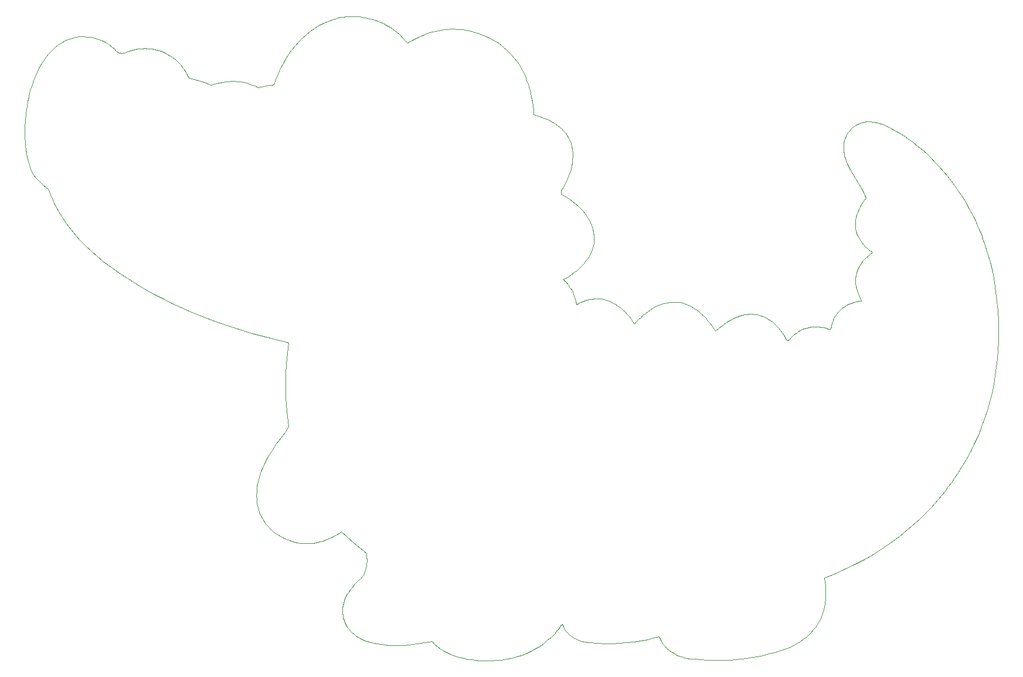
<source format=gbr>
%TF.GenerationSoftware,KiCad,Pcbnew,9.0.6*%
%TF.CreationDate,2026-01-09T14:19:34+01:00*%
%TF.ProjectId,Alligator,416c6c69-6761-4746-9f72-2e6b69636164,rev?*%
%TF.SameCoordinates,Original*%
%TF.FileFunction,Profile,NP*%
%FSLAX46Y46*%
G04 Gerber Fmt 4.6, Leading zero omitted, Abs format (unit mm)*
G04 Created by KiCad (PCBNEW 9.0.6) date 2026-01-09 14:19:34*
%MOMM*%
%LPD*%
G01*
G04 APERTURE LIST*
%TA.AperFunction,Profile*%
%ADD10C,0.100000*%
%TD*%
G04 APERTURE END LIST*
D10*
X95938800Y-53418300D02*
X95523600Y-53539800D01*
X122911100Y-46962300D02*
X122310200Y-46350700D01*
X183869500Y-125991800D02*
X183810500Y-125375800D01*
X187300500Y-60258000D02*
X187109500Y-60513900D01*
X95523600Y-53539800D02*
X95115600Y-53681200D01*
X116662000Y-133545800D02*
X116989700Y-133700800D01*
X200906500Y-66121500D02*
X200328500Y-65462100D01*
X174066500Y-136109800D02*
X174871500Y-135940800D01*
X195138500Y-118284800D02*
X195737500Y-117793800D01*
X91404400Y-51697100D02*
X91209600Y-51398600D01*
X74003700Y-47262000D02*
X73516000Y-47537700D01*
X114083400Y-129473800D02*
X114099700Y-129838800D01*
X84904700Y-48413500D02*
X84566600Y-48452200D01*
X188201500Y-81930900D02*
X188218500Y-82312600D01*
X102066600Y-115229800D02*
X102190700Y-115546800D01*
X147097800Y-133159800D02*
X147336200Y-133328800D01*
X149270000Y-79014500D02*
X149544500Y-78625700D01*
X88894800Y-49237100D02*
X88578900Y-49073800D01*
X184400500Y-88921300D02*
X184268500Y-88901900D01*
X182954500Y-131047800D02*
X183178500Y-130602800D01*
X180187500Y-89084500D02*
X179882500Y-89254600D01*
X106062500Y-103366800D02*
X105782100Y-103785800D01*
X121964700Y-134540800D02*
X122534800Y-134525800D01*
X128250100Y-135026800D02*
X128694000Y-135318800D01*
X99684400Y-89057200D02*
X101000000Y-89453400D01*
X115004800Y-132175800D02*
X115235400Y-132451800D01*
X190058500Y-58946600D02*
X189751500Y-58966500D01*
X109548500Y-119796800D02*
X109881800Y-119761800D01*
X101897000Y-114648800D02*
X102066600Y-115229800D01*
X185480500Y-86682000D02*
X185266500Y-86988900D01*
X77037600Y-76894400D02*
X77823500Y-77635100D01*
X149132500Y-72205900D02*
X148811300Y-71812500D01*
X208626500Y-84863400D02*
X208458500Y-83446700D01*
X115704400Y-119697800D02*
X116630000Y-120465800D01*
X187109500Y-60513900D02*
X186942500Y-60785600D01*
X100640900Y-53490400D02*
X100225600Y-53370700D01*
X179055500Y-89902300D02*
X178813500Y-90163600D01*
X72637200Y-71050600D02*
X72836300Y-71428900D01*
X186837500Y-64603400D02*
X186986500Y-64980700D01*
X78636800Y-78348600D02*
X79474300Y-79036100D01*
X208368500Y-95610800D02*
X208543500Y-94352800D01*
X201576500Y-111627800D02*
X202030500Y-110999800D01*
X68222600Y-60648900D02*
X68236800Y-61225700D01*
X176826500Y-88448900D02*
X176530500Y-88161700D01*
X70472700Y-67763800D02*
X70846800Y-68094800D01*
X186536500Y-63596300D02*
X186611500Y-63910200D01*
X186454500Y-62631000D02*
X186457500Y-62954500D01*
X99804200Y-53274700D02*
X99377900Y-53202000D01*
X111279700Y-119444800D02*
X111684800Y-119308800D01*
X147711200Y-70747600D02*
X147308800Y-70433400D01*
X204181500Y-70710700D02*
X203812500Y-70100100D01*
X203029500Y-68903700D02*
X202528500Y-68188900D01*
X138049900Y-48813800D02*
X137731200Y-48514100D01*
X120827300Y-134512800D02*
X121395300Y-134537800D01*
X150263400Y-74428700D02*
X150110400Y-73952400D01*
X107544600Y-119682800D02*
X108209000Y-119780800D01*
X200132500Y-113446800D02*
X200627500Y-112851800D01*
X200328500Y-65462100D02*
X199730500Y-64819600D01*
X187758500Y-59802500D02*
X187517500Y-60020200D01*
X190084500Y-77399300D02*
X190629500Y-77823800D01*
X70882300Y-50137100D02*
X70546300Y-50667100D01*
X156844500Y-87479800D02*
X156542500Y-87797900D01*
X105043700Y-118734800D02*
X105635100Y-119050800D01*
X104004500Y-106239800D02*
X103685100Y-106732800D01*
X114996700Y-126788800D02*
X114802700Y-127097800D01*
X76281800Y-76125000D02*
X77037600Y-76894400D01*
X99377900Y-53202000D02*
X98948000Y-53152300D01*
X198571500Y-115163800D02*
X199104500Y-114602800D01*
X145755200Y-59981100D02*
X145473600Y-59729400D01*
X166703500Y-136639800D02*
X167525500Y-136670800D01*
X202030500Y-110999800D02*
X202470500Y-110359800D01*
X147207800Y-62515100D02*
X147080800Y-62060300D01*
X182901500Y-88566800D02*
X182551500Y-88548400D01*
X190312500Y-78037200D02*
X190011500Y-78274200D01*
X91938400Y-86259900D02*
X93207400Y-86782300D01*
X132227200Y-136526800D02*
X132764800Y-136600800D01*
X94486300Y-87280600D02*
X95774400Y-87756000D01*
X92711800Y-52854000D02*
X91908500Y-52636300D01*
X189340500Y-76675700D02*
X189575500Y-76929400D01*
X145918900Y-69577600D02*
X145824300Y-69524400D01*
X186582500Y-123563800D02*
X187976500Y-122887800D01*
X191896500Y-59239600D02*
X191596500Y-59147700D01*
X116412800Y-125140800D02*
X115908200Y-125647800D01*
X102190700Y-115546800D02*
X102331100Y-115854800D01*
X208149500Y-96862800D02*
X208368500Y-95610800D01*
X205923500Y-104134800D02*
X206402500Y-102958800D01*
X167171500Y-88035000D02*
X166883500Y-87675400D01*
X105526800Y-50505400D02*
X105135200Y-51261000D01*
X105923500Y-98416800D02*
X106000300Y-99924800D01*
X121320300Y-45534900D02*
X120951500Y-45308200D01*
X146286700Y-132323800D02*
X146465400Y-132556800D01*
X180503500Y-88937500D02*
X180187500Y-89084500D01*
X148097700Y-71082600D02*
X147711200Y-70747600D01*
X114222600Y-130568800D02*
X114323700Y-130916800D01*
X108209000Y-119780800D02*
X108543500Y-119807800D01*
X186709500Y-64216700D02*
X186837500Y-64603400D01*
X167953500Y-89148100D02*
X167446500Y-88402100D01*
X174831500Y-87056200D02*
X174453500Y-86918100D01*
X141594300Y-56646200D02*
X141498000Y-56026900D01*
X73619000Y-72731400D02*
X74224800Y-73630000D01*
X113855500Y-43895200D02*
X113483500Y-43970800D01*
X148492500Y-85012700D02*
X148179100Y-85158300D01*
X188274500Y-81176200D02*
X188221500Y-81551500D01*
X175198500Y-87225200D02*
X174831500Y-87056200D01*
X183902500Y-126609800D02*
X183869500Y-125991800D01*
X188219500Y-73143500D02*
X188183500Y-73539300D01*
X113483500Y-43970800D02*
X112752700Y-44165100D01*
X185721500Y-86395100D02*
X185480500Y-86682000D01*
X181429500Y-132994800D02*
X181782500Y-132643800D01*
X90044400Y-50060800D02*
X89774500Y-49831300D01*
X69244100Y-66202200D02*
X69499400Y-66630600D01*
X73516000Y-47537700D02*
X73281700Y-47696100D01*
X193532500Y-60002400D02*
X192754500Y-59597000D01*
X177252500Y-135305800D02*
X178033500Y-135050800D01*
X140480700Y-52411800D02*
X140225100Y-51843700D01*
X114996400Y-43759300D02*
X114996400Y-43759300D01*
X115206500Y-126488800D02*
X114996700Y-126788800D01*
X193911500Y-119230800D02*
X194530500Y-118763800D01*
X146949500Y-66252900D02*
X147083500Y-65791400D01*
X96786400Y-53236100D02*
X96360200Y-53316900D01*
X115486600Y-132710800D02*
X115756600Y-132949800D01*
X125493200Y-46571400D02*
X125098700Y-46769500D01*
X70119600Y-67410300D02*
X70472700Y-67763800D01*
X176465500Y-135538800D02*
X177252500Y-135305800D01*
X208674500Y-93088800D02*
X208761500Y-91821300D01*
X199730500Y-64819600D02*
X199114500Y-64195300D01*
X148959500Y-134001800D02*
X149249500Y-134057800D01*
X80333300Y-79699200D02*
X81210900Y-80339200D01*
X85922600Y-48391100D02*
X85583300Y-48382500D01*
X70846800Y-68094800D02*
X71235900Y-68404400D01*
X164658500Y-136487800D02*
X165065500Y-136507800D01*
X68860400Y-65196400D02*
X69033300Y-65746600D01*
X145473600Y-59729400D02*
X145176800Y-59494900D01*
X186942500Y-60785600D02*
X186800500Y-61071100D01*
X187976500Y-122887800D02*
X189347500Y-122160800D01*
X160540500Y-85155000D02*
X160123500Y-85284000D01*
X145636600Y-131648800D02*
X145739300Y-131545800D01*
X97216300Y-53176200D02*
X96786400Y-53236100D01*
X150110400Y-73952400D02*
X149917900Y-73491300D01*
X161399500Y-84992500D02*
X160966500Y-85057100D01*
X82011500Y-49056500D02*
X81827400Y-49009300D01*
X161907500Y-135653800D02*
X162271500Y-135846800D01*
X189489500Y-70229200D02*
X189254500Y-70548500D01*
X68385900Y-62946900D02*
X68473500Y-63515400D01*
X188512500Y-71976200D02*
X188386500Y-72359800D01*
X188657500Y-83958300D02*
X188846500Y-84383700D01*
X138906300Y-49739100D02*
X138495700Y-49264300D01*
X160376500Y-134321800D02*
X160634500Y-134636800D01*
X146491200Y-60847800D02*
X146265600Y-60539300D01*
X152674600Y-84873100D02*
X152261200Y-84723100D01*
X90302300Y-50304400D02*
X90044400Y-50060800D01*
X71648200Y-49145800D02*
X71249100Y-49629200D01*
X110035700Y-45457500D02*
X109415200Y-45893400D01*
X140583800Y-135682800D02*
X141244600Y-135382800D01*
X156013400Y-87758400D02*
X155753800Y-87399300D01*
X91586000Y-52003600D02*
X91404400Y-51697100D01*
X105172700Y-104590800D02*
X104556700Y-105392800D01*
X146036300Y-69623500D02*
X145918900Y-69577600D01*
X95774400Y-87756000D02*
X97070700Y-88209800D01*
X164059500Y-85408200D02*
X163639500Y-85243000D01*
X188922500Y-76127000D02*
X189122500Y-76408500D01*
X145697400Y-69398800D02*
X145661800Y-69328000D01*
X147551300Y-80698400D02*
X147931200Y-80396800D01*
X106001900Y-93887800D02*
X105925300Y-95396800D01*
X145299800Y-132120800D02*
X145414400Y-131964800D01*
X187239500Y-85287000D02*
X186902500Y-85462400D01*
X184510500Y-88904000D02*
X184400500Y-88921300D01*
X112041100Y-44414100D02*
X111350100Y-44714600D01*
X144866300Y-59276500D02*
X144543900Y-59073300D01*
X178207500Y-90407500D02*
X178126500Y-90271800D01*
X83009700Y-81555900D02*
X83925200Y-82135400D01*
X189122500Y-76408500D02*
X189340500Y-76675700D01*
X171140500Y-87080100D02*
X170819500Y-87207900D01*
X68384100Y-57768900D02*
X68276000Y-58917500D01*
X187948500Y-85011100D02*
X187588500Y-85136300D01*
X101762400Y-111708800D02*
X101703000Y-112295800D01*
X87914300Y-48805500D02*
X87590900Y-48691200D01*
X128412400Y-45695800D02*
X127982800Y-45767300D01*
X203428500Y-69497600D02*
X203029500Y-68903700D01*
X154039000Y-134233800D02*
X155090100Y-134146800D01*
X114339000Y-128073800D02*
X114231700Y-128413800D01*
X110542100Y-119642800D02*
X110867800Y-119558800D01*
X186589500Y-61675000D02*
X186520500Y-61989100D01*
X147931200Y-80396800D02*
X148296100Y-80077500D01*
X83925200Y-82135400D02*
X84847500Y-82697500D01*
X206080500Y-74528900D02*
X205800500Y-73875800D01*
X112471100Y-118974800D02*
X112850600Y-118777800D01*
X137400800Y-48228000D02*
X137059200Y-47955600D01*
X101778400Y-114062800D02*
X101897000Y-114648800D01*
X139283200Y-50236300D02*
X138906300Y-49739100D01*
X124812800Y-134307800D02*
X125942700Y-134131800D01*
X147193300Y-65325100D02*
X147276300Y-64855300D01*
X69793100Y-67032900D02*
X70119600Y-67410300D01*
X150406200Y-76429600D02*
X150455400Y-75941000D01*
X111350100Y-44714600D02*
X110681100Y-45063500D01*
X115235400Y-132451800D02*
X115486600Y-132710800D01*
X138510300Y-136356800D02*
X139214100Y-136169800D01*
X147261400Y-83331000D02*
X146990600Y-82883000D01*
X117608600Y-121740800D02*
X117614500Y-122280800D01*
X106130400Y-101429800D02*
X106314800Y-102928800D01*
X127133800Y-45963200D02*
X126715500Y-46087900D01*
X127556400Y-45856300D02*
X127133800Y-45963200D01*
X185166500Y-124189800D02*
X186582500Y-123563800D01*
X89433800Y-85137900D02*
X90680200Y-85712200D01*
X196466500Y-61904200D02*
X195759500Y-61389200D01*
X129639100Y-135804800D02*
X130135700Y-136001800D01*
X154195900Y-85782000D02*
X153836700Y-85514100D01*
X117543400Y-123089800D02*
X117492900Y-123352800D01*
X208240500Y-82037200D02*
X207969500Y-80637500D01*
X101000000Y-89453400D02*
X102320400Y-89832700D01*
X103253300Y-117245800D02*
X103477300Y-117492800D01*
X106314800Y-102928800D02*
X106062500Y-103366800D01*
X148465400Y-71437800D02*
X148097700Y-71082600D01*
X68268300Y-61801400D02*
X68317700Y-62375400D01*
X146327100Y-82075400D02*
X145939800Y-81724200D01*
X187588500Y-85136300D02*
X187239500Y-85287000D01*
X81654200Y-48930000D02*
X81495200Y-48820700D01*
X98082200Y-53120400D02*
X97648600Y-53137500D01*
X172139500Y-86804500D02*
X171800500Y-86877100D01*
X119926600Y-44740500D02*
X119570900Y-44579600D01*
X114612200Y-43789100D02*
X114231900Y-43834500D01*
X184926500Y-87659100D02*
X184805500Y-88020800D01*
X179591500Y-89447600D02*
X179314500Y-89663600D01*
X160634500Y-134636800D02*
X160919500Y-134927800D01*
X136353800Y-136690800D02*
X137077600Y-136617800D01*
X204534500Y-71329200D02*
X204181500Y-70710700D01*
X130135700Y-136001800D02*
X130645100Y-136170800D01*
X183595500Y-88676100D02*
X183250500Y-88609300D01*
X73057900Y-71796900D02*
X73619000Y-72731400D01*
X147330200Y-64384000D02*
X147352700Y-63912600D01*
X149425900Y-72617300D02*
X149132500Y-72205900D01*
X190690500Y-121384800D02*
X192003500Y-120559800D01*
X105898800Y-96906800D02*
X105923500Y-98416800D01*
X188664500Y-71601100D02*
X188512500Y-71976200D01*
X148812900Y-84882700D02*
X148492500Y-85012700D01*
X177613500Y-89399500D02*
X177368500Y-89070200D01*
X146019800Y-60250700D02*
X145755200Y-59981100D01*
X188284500Y-74716000D02*
X188394500Y-75097400D01*
X148811300Y-71812500D02*
X148465400Y-71437800D01*
X81353500Y-48683300D02*
X81232100Y-48520200D01*
X150149400Y-84547800D02*
X149808400Y-84600800D01*
X208761500Y-91821300D02*
X208803500Y-90551600D01*
X180665500Y-133635800D02*
X181056500Y-133325800D01*
X144543900Y-59073300D02*
X144211200Y-58884400D01*
X119136400Y-134296800D02*
X119697300Y-134394800D01*
X147080800Y-62060300D02*
X146910600Y-61613800D01*
X83238500Y-48752300D02*
X82598400Y-48983800D01*
X112850600Y-118777800D02*
X113219900Y-118562800D01*
X105482600Y-104191800D02*
X105172700Y-104590800D01*
X155476100Y-87048300D02*
X155180800Y-86708200D01*
X162289500Y-84972500D02*
X161840500Y-84963600D01*
X135628300Y-136726800D02*
X136353800Y-136690800D01*
X118842100Y-44300400D02*
X118093700Y-44078100D01*
X138495700Y-49264300D02*
X138049900Y-48813800D01*
X114471500Y-127740800D02*
X114339000Y-128073800D01*
X148179100Y-85158300D02*
X147873400Y-85318000D01*
X70546300Y-50667100D02*
X70239500Y-51216700D01*
X89774500Y-49831300D02*
X89492800Y-49616800D01*
X125942700Y-134131800D02*
X127060900Y-133928800D01*
X186520500Y-61989100D02*
X186475500Y-62308400D01*
X188477500Y-80444900D02*
X188360500Y-80806700D01*
X199624500Y-114030800D02*
X200132500Y-113446800D01*
X170819500Y-87207900D02*
X170504500Y-87351500D01*
X132744300Y-45910500D02*
X132317400Y-45815500D01*
X188023500Y-59607000D02*
X187758500Y-59802500D01*
X149833800Y-134119800D02*
X150881700Y-134226800D01*
X72549400Y-48262800D02*
X72081100Y-48689600D01*
X163639500Y-85243000D02*
X163204500Y-85113500D01*
X184661500Y-88745800D02*
X184597500Y-88846700D01*
X141498000Y-56026900D02*
X141383000Y-55409200D01*
X181851500Y-88583400D02*
X181505500Y-88636700D01*
X80818000Y-48147500D02*
X80371400Y-47813800D01*
X147667000Y-84294000D02*
X147487700Y-83802800D01*
X180829500Y-88813800D02*
X180503500Y-88937500D01*
X186579500Y-85661700D02*
X186273500Y-85884100D01*
X118093700Y-44078100D02*
X117330400Y-43912700D01*
X114626900Y-127414800D02*
X114471500Y-127740800D01*
X147352700Y-63912600D02*
X147341300Y-63442900D01*
X137797300Y-136505800D02*
X138510300Y-136356800D01*
X69033300Y-65746600D02*
X69244100Y-66202200D01*
X81210900Y-80339200D02*
X82103900Y-80957700D01*
X184268500Y-88901900D02*
X184113500Y-88849400D01*
X146468500Y-69870700D02*
X146036300Y-69623500D01*
X149471600Y-84675300D02*
X149139500Y-84769800D01*
X104483500Y-118367800D02*
X105043700Y-118734800D01*
X183692500Y-129062800D02*
X183805500Y-128456800D01*
X117492900Y-123352800D02*
X117426800Y-123610800D01*
X171800500Y-86877100D02*
X171467500Y-86969400D01*
X207887500Y-98105800D02*
X208149500Y-96862800D01*
X122534800Y-134525800D02*
X123105300Y-134492800D01*
X189575500Y-76929400D02*
X189823500Y-77170400D01*
X68236800Y-61225700D02*
X68268300Y-61801400D01*
X165227500Y-86089300D02*
X164853500Y-85834100D01*
X197827500Y-63006000D02*
X197156500Y-62443600D01*
X112082300Y-119152800D02*
X112471100Y-118974800D01*
X104268300Y-105807800D02*
X104004500Y-106239800D01*
X145787500Y-131521800D02*
X145833300Y-131519800D01*
X156542500Y-87797900D02*
X156254300Y-88122700D01*
X201108500Y-112245800D02*
X201576500Y-111627800D01*
X153836700Y-85514100D02*
X153463000Y-85271500D01*
X73281700Y-47696100D02*
X73054500Y-47868200D01*
X121995900Y-46060700D02*
X121667200Y-45787300D01*
X131887500Y-45736400D02*
X131455200Y-45673300D01*
X98515700Y-53125200D02*
X98082200Y-53120400D01*
X103379800Y-107240800D02*
X103091300Y-107763800D01*
X130149700Y-45582200D02*
X129713700Y-45585100D01*
X104781900Y-52035100D02*
X104459000Y-52822600D01*
X133303600Y-136655800D02*
X133841200Y-136693800D01*
X207267500Y-77877900D02*
X206834500Y-76522900D01*
X157179500Y-133864800D02*
X158213500Y-133677800D01*
X173663500Y-86744400D02*
X173252500Y-86713500D01*
X168347500Y-136678800D02*
X169169500Y-136664800D01*
X208811500Y-87708300D02*
X208743500Y-86284800D01*
X103570100Y-53683800D02*
X102981200Y-53795700D01*
X154540100Y-86072200D02*
X154195900Y-85782000D01*
X169595500Y-87864900D02*
X169021500Y-88263000D01*
X206838500Y-101766800D02*
X207231500Y-100558800D01*
X163204500Y-85113500D02*
X162754500Y-85022400D01*
X136345200Y-47452400D02*
X135973900Y-47222100D01*
X117572600Y-121212800D02*
X117608600Y-121740800D01*
X116626200Y-124961800D02*
X116412800Y-125140800D01*
X148672800Y-133930800D02*
X148959500Y-134001800D01*
X88578900Y-49073800D02*
X88252000Y-48929600D01*
X172483500Y-86752700D02*
X172139500Y-86804500D01*
X145642600Y-69252900D02*
X145647000Y-69092500D01*
X186611500Y-63910200D02*
X186709500Y-64216700D01*
X170504500Y-87351500D02*
X170195500Y-87509800D01*
X175892500Y-87646100D02*
X175552500Y-87422600D01*
X123500400Y-47585600D02*
X122911100Y-46962300D01*
X85773800Y-83243700D02*
X86979700Y-83904900D01*
X145751000Y-69464500D02*
X145697400Y-69398800D01*
X108255100Y-46878200D02*
X107718300Y-47420600D01*
X158929500Y-85835800D02*
X158552500Y-86067200D01*
X145647000Y-69092500D02*
X145697500Y-68923800D01*
X155753800Y-87399300D02*
X155476100Y-87048300D01*
X69960500Y-51783300D02*
X69707700Y-52364500D01*
X71634100Y-68693700D02*
X71965900Y-69480600D01*
X102487000Y-116152800D02*
X102657800Y-116441800D01*
X114612400Y-131575800D02*
X114796500Y-131883800D01*
X69479500Y-52957800D02*
X69274500Y-53560600D01*
X109881800Y-119761800D02*
X110213200Y-119710800D01*
X207969500Y-80637500D02*
X207645500Y-79250200D01*
X148296100Y-80077500D02*
X148642800Y-79740600D01*
X201466500Y-66796600D02*
X200906500Y-66121500D01*
X102981200Y-53795700D02*
X102400800Y-53913100D01*
X190629500Y-77823800D02*
X190312500Y-78037200D01*
X139941200Y-51290500D02*
X139627800Y-50754100D01*
X208743500Y-86284800D02*
X208626500Y-84863400D01*
X172445500Y-136382800D02*
X173257500Y-136257800D01*
X102657800Y-116441800D02*
X102842900Y-116719800D01*
X106252500Y-119315800D02*
X106890700Y-119527800D01*
X71235900Y-68404400D02*
X71634100Y-68693700D01*
X146424700Y-67590700D02*
X146617700Y-67154100D01*
X203812500Y-70100100D02*
X203428500Y-69497600D01*
X75040800Y-46870200D02*
X74513400Y-47039900D01*
X187332500Y-65711800D02*
X187729500Y-66419300D01*
X88252000Y-48929600D02*
X87914300Y-48805500D01*
X127431200Y-134333800D02*
X127828400Y-134698800D01*
X162271500Y-135846800D02*
X162650500Y-136014800D01*
X146661100Y-132773800D02*
X146872300Y-132974800D01*
X171629500Y-136486800D02*
X172445500Y-136382800D01*
X116630000Y-120465800D02*
X117572600Y-121212800D01*
X191596500Y-59147700D02*
X191293500Y-59071500D01*
X143168500Y-58393800D02*
X142452900Y-58120800D01*
X174871500Y-135940800D02*
X175671500Y-135750800D01*
X188497500Y-83521800D02*
X188657500Y-83958300D01*
X145939800Y-81724200D02*
X146350400Y-81495100D01*
X137077600Y-136617800D02*
X137797300Y-136505800D01*
X145824300Y-69524400D02*
X145751000Y-69464500D01*
X183178500Y-130602800D02*
X183370500Y-130139800D01*
X70239500Y-51216700D02*
X69960500Y-51783300D01*
X142452900Y-58120800D02*
X141736700Y-57882400D01*
X95115600Y-53681200D02*
X94728000Y-53511500D01*
X116556700Y-43804400D02*
X115777200Y-43753200D01*
X145876300Y-131543800D02*
X145916200Y-131597800D01*
X168473500Y-88694200D02*
X167953500Y-89148100D01*
X189579500Y-69561200D02*
X189740500Y-69929300D01*
X179398500Y-134441800D02*
X179833500Y-134194800D01*
X137731200Y-48514100D02*
X137400800Y-48228000D01*
X145985600Y-131808800D02*
X146126300Y-132074800D01*
X104459000Y-52822600D02*
X104158500Y-53618700D01*
X116979100Y-124557800D02*
X116814600Y-124766800D01*
X145661800Y-69328000D02*
X145642600Y-69252900D01*
X146265600Y-60539300D02*
X146019800Y-60250700D01*
X147873400Y-85318000D02*
X147796500Y-84800500D01*
X68783200Y-55401500D02*
X68655600Y-56017500D01*
X114099700Y-129838800D02*
X114152700Y-130208800D01*
X164463500Y-85606200D02*
X164059500Y-85408200D01*
X143869900Y-58708800D02*
X143168500Y-58393800D01*
X166883500Y-87675400D02*
X166580500Y-87326200D01*
X169021500Y-88263000D02*
X168473500Y-88694200D01*
X186986500Y-64980700D02*
X187151500Y-65349800D01*
X76132200Y-46683900D02*
X75581800Y-46751900D01*
X86597500Y-48458500D02*
X86260900Y-48416300D01*
X117330400Y-43912700D02*
X116556700Y-43804400D01*
X105894600Y-49849500D02*
X105526800Y-50505400D01*
X150000300Y-77797200D02*
X150175600Y-77357800D01*
X106738900Y-48589700D02*
X106299100Y-49209800D01*
X97648600Y-53137500D02*
X97216300Y-53176200D01*
X117327300Y-133830800D02*
X117673100Y-133935800D01*
X183730500Y-124764800D02*
X185166500Y-124189800D01*
X129278500Y-45604800D02*
X128844500Y-45641700D01*
X188314500Y-84912200D02*
X187948500Y-85011100D01*
X176218500Y-87893300D02*
X175892500Y-87646100D01*
X69707700Y-52364500D02*
X69479500Y-52957800D01*
X190367500Y-58948400D02*
X190058500Y-58946600D01*
X114323700Y-130916800D02*
X114454200Y-131252800D01*
X189060500Y-84796500D02*
X188686500Y-84840400D01*
X101708300Y-113474800D02*
X101778400Y-114062800D01*
X159317500Y-85626600D02*
X158929500Y-85835800D01*
X147159100Y-80982100D02*
X147551300Y-80698400D01*
X68927900Y-54785000D02*
X68783200Y-55401500D01*
X126715500Y-46087900D02*
X126302200Y-46230800D01*
X114802700Y-127097800D02*
X114626900Y-127414800D01*
X133841200Y-136693800D02*
X134903800Y-136723800D01*
X90781200Y-50829500D02*
X90547900Y-50560900D01*
X116346100Y-133368800D02*
X116662000Y-133545800D01*
X188291500Y-59432200D02*
X188023500Y-59607000D01*
X82598400Y-48983800D02*
X82400200Y-49045900D01*
X135594000Y-47006100D02*
X135206000Y-46804600D01*
X77797900Y-46770100D02*
X77244400Y-46694100D01*
X149688700Y-73046000D02*
X149425900Y-72617300D01*
X154868600Y-86381900D02*
X154540100Y-86072200D01*
X206346500Y-75188100D02*
X206080500Y-74528900D01*
X119697300Y-134394800D02*
X120261100Y-134465800D01*
X98374300Y-88643100D02*
X99684400Y-89057200D01*
X104158500Y-53618700D02*
X103865000Y-53642800D01*
X188386500Y-72359800D02*
X188288500Y-72749600D01*
X147487700Y-83802800D02*
X147261400Y-83331000D01*
X108878600Y-119819800D02*
X109213900Y-119815800D01*
X205196500Y-72588700D02*
X204873500Y-71955300D01*
X178047500Y-90083100D02*
X177839500Y-89737900D01*
X114231700Y-128413800D02*
X114151700Y-128760800D01*
X106000300Y-99924800D02*
X106130400Y-101429800D01*
X195034500Y-60899700D02*
X194292500Y-60437100D01*
X183370500Y-130139800D02*
X183529500Y-129659800D01*
X190986500Y-59012000D02*
X190677500Y-58970600D01*
X146910600Y-61613800D02*
X146694700Y-61177200D01*
X93207400Y-86782300D02*
X94486300Y-87280600D01*
X155090100Y-134146800D02*
X156137400Y-134022800D01*
X143100800Y-134258800D02*
X143668900Y-133808800D01*
X149139500Y-84769800D02*
X148812900Y-84882700D01*
X197471500Y-116250800D02*
X198027500Y-115712800D01*
X186682500Y-61368300D02*
X186589500Y-61675000D01*
X150373900Y-74919300D02*
X150263400Y-74428700D01*
X188796500Y-79751000D02*
X188623500Y-80092400D01*
X165587500Y-86369000D02*
X165227500Y-86089300D01*
X68543500Y-56630700D02*
X68384100Y-57768900D01*
X68276000Y-58917500D02*
X68242900Y-59494100D01*
X150438900Y-75423700D02*
X150373900Y-74919300D01*
X103041600Y-116987800D02*
X103253300Y-117245800D01*
X121667200Y-45787300D02*
X121320300Y-45534900D01*
X79397500Y-47268000D02*
X78878600Y-47058200D01*
X140709400Y-52992800D02*
X140480700Y-52411800D01*
X150455400Y-75941000D02*
X150438900Y-75423700D01*
X148642800Y-79740600D02*
X148968500Y-79386200D01*
X147083500Y-65791400D02*
X147193300Y-65325100D01*
X89199500Y-49418400D02*
X88894800Y-49237100D01*
X150493600Y-84517700D02*
X150149400Y-84547800D01*
X189823500Y-77170400D02*
X190084500Y-77399300D01*
X131693200Y-136430800D02*
X132227200Y-136526800D01*
X74224800Y-73630000D02*
X74872500Y-74494200D01*
X68581300Y-64080200D02*
X68710000Y-64640800D01*
X102320400Y-89832700D02*
X103644700Y-90196500D01*
X120951500Y-45308200D02*
X120617400Y-45104800D01*
X205800500Y-73875800D02*
X205505500Y-73228900D01*
X108543500Y-119807800D02*
X108878600Y-119819800D01*
X183805500Y-128456800D02*
X183875500Y-127844800D01*
X149541400Y-134096800D02*
X149833800Y-134119800D01*
X74513400Y-47039900D02*
X74003700Y-47262000D01*
X114152700Y-130208800D02*
X114222600Y-130568800D01*
X146678300Y-82463100D02*
X146327100Y-82075400D01*
X169169500Y-136664800D02*
X169990500Y-136627800D01*
X141736700Y-57882400D02*
X141673400Y-57265400D01*
X162650500Y-136014800D02*
X163040500Y-136158800D01*
X96360200Y-53316900D02*
X95938800Y-53418300D01*
X146757900Y-81247700D02*
X147159100Y-80982100D01*
X102331100Y-115854800D02*
X102487000Y-116152800D01*
X147336200Y-133328800D02*
X147586000Y-133481800D01*
X188855500Y-59167800D02*
X188569500Y-59286200D01*
X198480500Y-63590300D02*
X197827500Y-63006000D01*
X75559100Y-75325300D02*
X76281800Y-76125000D01*
X157160500Y-87170600D02*
X156844500Y-87479800D01*
X177368500Y-89070200D02*
X177105500Y-88752600D01*
X150311900Y-76901900D02*
X150406200Y-76429600D01*
X164853500Y-85834100D02*
X164463500Y-85606200D01*
X131021000Y-45626500D02*
X130585600Y-45596100D01*
X182701500Y-131474800D02*
X182954500Y-131047800D01*
X105782100Y-103785800D02*
X105482600Y-104191800D01*
X188272500Y-82694700D02*
X188366500Y-83075600D01*
X152261200Y-84723100D02*
X151835800Y-84609700D01*
X177839500Y-89737900D02*
X177613500Y-89399500D01*
X118578900Y-134170800D02*
X119136400Y-134296800D01*
X204838500Y-106429800D02*
X205402500Y-105292800D01*
X149544500Y-78625700D02*
X149788900Y-78219900D01*
X181505500Y-88636700D02*
X181164500Y-88713500D01*
X149788900Y-78219900D02*
X150000300Y-77797200D01*
X116043700Y-133169800D02*
X116346100Y-133368800D01*
X177105500Y-88752600D02*
X176826500Y-88448900D01*
X113578000Y-118329800D02*
X113924200Y-118079800D01*
X188547500Y-75469700D02*
X188743500Y-75830700D01*
X120617400Y-45104800D02*
X120275600Y-44915600D01*
X158186500Y-86318600D02*
X157831500Y-86587800D01*
X195759500Y-61389200D02*
X195034500Y-60899700D01*
X145996400Y-68427300D02*
X146216800Y-68015600D01*
X189727500Y-78533000D02*
X189462500Y-78811900D01*
X188846500Y-84383700D02*
X189060500Y-84796500D01*
X101048900Y-53634100D02*
X100640900Y-53490400D01*
X188366500Y-83075600D02*
X188497500Y-83521800D01*
X82103900Y-80957700D02*
X83009700Y-81555900D01*
X146793400Y-66707600D02*
X146949500Y-66252900D01*
X188394500Y-75097400D02*
X188547500Y-75469700D01*
X158552500Y-86067200D02*
X158186500Y-86318600D01*
X188569500Y-59286200D02*
X188291500Y-59432200D01*
X146990600Y-82883000D02*
X146678300Y-82463100D01*
X119570900Y-44579600D02*
X119209200Y-44432900D01*
X145414400Y-131964800D02*
X145636600Y-131648800D01*
X182200500Y-88554000D02*
X181851500Y-88583400D01*
X86931900Y-48518100D02*
X86597500Y-48458500D01*
X181782500Y-132643800D02*
X182113500Y-132273800D01*
X125098700Y-46769500D02*
X124300600Y-47179800D01*
X189254500Y-70548500D02*
X189037500Y-70885100D01*
X189217500Y-79109000D02*
X188995500Y-79422700D01*
X191293500Y-59071500D02*
X190986500Y-59012000D01*
X87263200Y-48595500D02*
X86931900Y-48518100D01*
X106890700Y-119527800D02*
X107544600Y-119682800D01*
X189012500Y-68493500D02*
X189403500Y-69199900D01*
X188155500Y-67112500D02*
X188589500Y-67800800D01*
X174063500Y-86813400D02*
X173663500Y-86744400D01*
X205505500Y-73228900D02*
X205196500Y-72588700D01*
X114996400Y-43759300D02*
X114612200Y-43789100D01*
X145916200Y-131597800D02*
X145952700Y-131684800D01*
X159001500Y-133464800D02*
X159783500Y-133229800D01*
X188180500Y-73934800D02*
X188213500Y-74327700D01*
X182113500Y-132273800D02*
X182420500Y-131883800D01*
X161840500Y-84963600D02*
X161399500Y-84992500D01*
X134408500Y-46446000D02*
X134000100Y-46289100D01*
X150175600Y-77357800D02*
X150311900Y-76901900D01*
X175552500Y-87422600D02*
X175198500Y-87225200D01*
X103477300Y-117492800D02*
X103712900Y-117728800D01*
X192754500Y-59597000D02*
X192189500Y-59346000D01*
X192189500Y-59346000D02*
X191896500Y-59239600D01*
X207645500Y-79250200D02*
X207267500Y-77877900D01*
X144207500Y-133322800D02*
X144714000Y-132798800D01*
X143668900Y-133808800D02*
X144207500Y-133322800D01*
X183935500Y-88767200D02*
X183595500Y-88676100D01*
X91001800Y-51109100D02*
X90781200Y-50829500D01*
X132764800Y-136600800D02*
X133303600Y-136655800D01*
X84847500Y-82697500D02*
X85773800Y-83243700D01*
X112752700Y-44165100D02*
X112041100Y-44414100D01*
X187517500Y-60020200D02*
X187300500Y-60258000D01*
X139906100Y-135944800D02*
X140583800Y-135682800D01*
X117121300Y-124336800D02*
X116979100Y-124557800D01*
X180256500Y-133925800D02*
X180665500Y-133635800D01*
X120261100Y-134465800D02*
X120827300Y-134512800D01*
X186484500Y-63277000D02*
X186536500Y-63596300D01*
X152986100Y-134278800D02*
X154039000Y-134233800D01*
X116989700Y-133700800D02*
X117327300Y-133830800D01*
X87590900Y-48691200D02*
X87263200Y-48595500D01*
X81827400Y-49009300D02*
X81654200Y-48930000D01*
X189740500Y-69929300D02*
X189489500Y-70229200D01*
X208830500Y-89131400D02*
X208811500Y-87708300D01*
X163842500Y-136372800D02*
X164250500Y-136442800D01*
X121395300Y-134537800D02*
X121964700Y-134540800D01*
X106127500Y-92382700D02*
X106001900Y-93887800D01*
X183906500Y-127227800D02*
X183902500Y-126609800D01*
X159783500Y-133229800D02*
X159947500Y-133617800D01*
X135206000Y-46804600D02*
X134810600Y-46617900D01*
X131165000Y-136313800D02*
X131693200Y-136430800D01*
X94332400Y-53357700D02*
X93525500Y-53088200D01*
X141886100Y-135044800D02*
X142505700Y-134670800D01*
X174453500Y-86918100D02*
X174063500Y-86813400D01*
X188288500Y-72749600D02*
X188219500Y-73143500D01*
X101859700Y-111124800D02*
X101762400Y-111708800D01*
X157831500Y-86587800D02*
X157489500Y-86872500D01*
X208803500Y-90551600D02*
X208830500Y-89131400D01*
X140912600Y-53585000D02*
X140709400Y-52992800D01*
X206834500Y-76522900D02*
X206597500Y-75852800D01*
X91209600Y-51398600D02*
X91001800Y-51109100D01*
X107718300Y-47420600D02*
X107212500Y-47992200D01*
X68242900Y-59494100D02*
X68224900Y-60071400D01*
X145739300Y-131545800D02*
X145787500Y-131521800D01*
X105635100Y-119050800D02*
X106252500Y-119315800D01*
X155180800Y-86708200D02*
X154868600Y-86381900D01*
X183529500Y-129659800D02*
X183692500Y-129062800D01*
X146126300Y-132074800D02*
X146286700Y-132323800D01*
X153463000Y-85271500D02*
X153075400Y-85056800D01*
X147293800Y-62976500D02*
X147207800Y-62515100D01*
X145697500Y-68923800D02*
X145781300Y-68752700D01*
X207580500Y-99337800D02*
X207887500Y-98105800D01*
X101703000Y-112295800D02*
X101684100Y-112884800D01*
X178951500Y-134666800D02*
X179398500Y-134441800D01*
X144211200Y-58884400D02*
X143869900Y-58708800D01*
X145952700Y-131684800D02*
X145985600Y-131808800D01*
X141383000Y-55409200D02*
X141248100Y-54795000D01*
X159715500Y-85442000D02*
X159317500Y-85626600D01*
X188743500Y-75830700D02*
X188922500Y-76127000D01*
X146872300Y-132974800D02*
X147097800Y-133159800D01*
X100225600Y-53370700D02*
X99804200Y-53274700D01*
X105135200Y-51261000D02*
X104781900Y-52035100D01*
X163438500Y-136277800D02*
X163842500Y-136372800D01*
X206597500Y-75852800D02*
X206346500Y-75188100D01*
X125894600Y-46391900D02*
X125493200Y-46571400D01*
X147276300Y-64855300D02*
X147330200Y-64384000D01*
X184702500Y-88597800D02*
X184661500Y-88745800D01*
X192003500Y-120559800D02*
X193284500Y-119685800D01*
X206402500Y-102958800D02*
X206838500Y-101766800D01*
X182551500Y-88548400D02*
X182200500Y-88554000D01*
X134903800Y-136723800D02*
X135628300Y-136726800D01*
X188218500Y-82312600D02*
X188272500Y-82694700D01*
X103644700Y-90196500D02*
X106301100Y-90882400D01*
X160919500Y-134927800D02*
X161228500Y-135193800D01*
X110867800Y-119558800D02*
X111279700Y-119444800D01*
X160966500Y-85057100D02*
X160540500Y-85155000D01*
X184597500Y-88846700D02*
X184510500Y-88904000D01*
X178813500Y-90163600D02*
X178692500Y-90325000D01*
X146694700Y-61177200D02*
X146491200Y-60847800D01*
X167525500Y-136670800D02*
X168347500Y-136678800D01*
X107212500Y-47992200D02*
X106738900Y-48589700D01*
X77244400Y-46694100D02*
X76687800Y-46665000D01*
X145176800Y-59494900D02*
X144866300Y-59276500D01*
X91908500Y-52636300D02*
X91586000Y-52003600D01*
X85243800Y-48390100D02*
X84904700Y-48413500D01*
X188995500Y-79422700D02*
X188796500Y-79751000D01*
X186475500Y-62308400D02*
X186454500Y-62631000D01*
X102157500Y-109970800D02*
X101992300Y-110544800D01*
X110681100Y-45063500D02*
X110035700Y-45457500D01*
X176530500Y-88161700D02*
X176218500Y-87893300D01*
X163040500Y-136158800D02*
X163438500Y-136277800D01*
X88200000Y-84535900D02*
X89433800Y-85137900D01*
X146216800Y-68015600D02*
X146424700Y-67590700D01*
X145833300Y-131519800D02*
X145876300Y-131543800D01*
X148968500Y-79386200D02*
X149270000Y-79014500D01*
X189403500Y-69199900D02*
X189579500Y-69561200D01*
X151933000Y-134277800D02*
X152986100Y-134278800D01*
X151835800Y-84609700D02*
X151398900Y-84535800D01*
X133586200Y-46147500D02*
X133167400Y-46021200D01*
X190677500Y-58970600D02*
X190367500Y-58948400D01*
X189751500Y-58966500D02*
X189448500Y-59009100D01*
X137059200Y-47955600D02*
X136707100Y-47697000D01*
X181164500Y-88713500D02*
X180829500Y-88813800D01*
X149917900Y-73491300D02*
X149688700Y-73046000D01*
X115777200Y-43753200D02*
X114996400Y-43759400D01*
X86979700Y-83904900D02*
X88200000Y-84535900D01*
X117242400Y-124103800D02*
X117121300Y-124336800D01*
X126302200Y-46230800D02*
X125894600Y-46391900D01*
X184113500Y-88849400D02*
X183935500Y-88767200D01*
X103091300Y-107763800D02*
X102822200Y-108299800D01*
X114231900Y-43834500D02*
X113855500Y-43895200D01*
X199104500Y-114602800D02*
X199624500Y-114030800D01*
X114800800Y-118903800D02*
X115704400Y-119697800D01*
X199114500Y-64195300D02*
X198480500Y-63590300D01*
X166580500Y-87326200D02*
X166264500Y-86990200D01*
X102575000Y-108846800D02*
X102352600Y-109404800D01*
X161558500Y-135435800D02*
X161907500Y-135653800D01*
X186800500Y-61071100D02*
X186682500Y-61368300D01*
X83896400Y-48574000D02*
X83238500Y-48752300D01*
X114101500Y-129114800D02*
X114083400Y-129473800D01*
X139627800Y-50754100D02*
X139283200Y-50236300D01*
X128844500Y-45641700D02*
X128412400Y-45695800D01*
X172833500Y-86723200D02*
X172483500Y-86752700D01*
X123105300Y-134492800D02*
X123675400Y-134443800D01*
X153075400Y-85056800D02*
X152674600Y-84873100D01*
X149808400Y-84600800D02*
X149471600Y-84675300D01*
X116814600Y-124766800D02*
X116626200Y-124961800D01*
X108821200Y-46368000D02*
X108255100Y-46878200D01*
X189149500Y-59075900D02*
X188855500Y-59167800D01*
X202470500Y-110359800D02*
X202895500Y-109708800D01*
X114454200Y-131252800D02*
X114612400Y-131575800D01*
X144714000Y-132798800D02*
X145185900Y-132237800D01*
X101448400Y-53802200D02*
X101048900Y-53634100D01*
X130645100Y-136170800D02*
X131165000Y-136313800D01*
X79896500Y-47520300D02*
X79397500Y-47268000D01*
X119209200Y-44432900D02*
X118842100Y-44300400D01*
X117673100Y-133935800D02*
X118025400Y-134015800D01*
X133167400Y-46021200D02*
X132744300Y-45910500D01*
X141091700Y-54186300D02*
X140912600Y-53585000D01*
X189347500Y-122160800D02*
X190690500Y-121384800D01*
X75581800Y-46751900D02*
X75040800Y-46870200D01*
X69499400Y-66630600D02*
X69793100Y-67032900D01*
X84566600Y-48452200D02*
X83896400Y-48574000D01*
X146617700Y-67154100D02*
X146793400Y-66707600D01*
X102352600Y-109404800D02*
X102157500Y-109970800D01*
X183250500Y-88609300D02*
X182901500Y-88566800D01*
X146893600Y-70140900D02*
X146468500Y-69870700D01*
X196904500Y-116776800D02*
X197471500Y-116250800D01*
X147308800Y-70433400D02*
X146893600Y-70140900D01*
X139214100Y-136169800D02*
X139906100Y-135944800D01*
X156137400Y-134022800D02*
X157179500Y-133864800D01*
X142505700Y-134670800D02*
X143100800Y-134258800D01*
X102842900Y-116719800D02*
X103041600Y-116987800D01*
X141673400Y-57265400D02*
X141594300Y-56646200D01*
X190011500Y-78274200D02*
X189727500Y-78533000D01*
X185080500Y-87314800D02*
X184926500Y-87659100D01*
X111684800Y-119308800D02*
X112082300Y-119152800D01*
X195737500Y-117793800D02*
X196326500Y-117291800D01*
X69274500Y-53560600D02*
X69091200Y-54170500D01*
X101684100Y-112884800D02*
X101708300Y-113474800D01*
X72455700Y-70664300D02*
X72637200Y-71050600D01*
X146465400Y-132556800D02*
X146661100Y-132773800D01*
X115908200Y-125647800D02*
X115429900Y-126198800D01*
X78878600Y-47058200D02*
X78344000Y-46891800D01*
X150881700Y-134226800D02*
X151933000Y-134277800D01*
X188589500Y-67800800D02*
X189012500Y-68493500D01*
X136707100Y-47697000D02*
X136345200Y-47452400D01*
X198027500Y-115712800D02*
X198571500Y-115163800D01*
X167446500Y-88402100D02*
X167171500Y-88035000D01*
X104216700Y-118166800D02*
X104483500Y-118367800D01*
X147586000Y-133481800D02*
X147846000Y-133617800D01*
X134000100Y-46289100D02*
X133586200Y-46147500D01*
X72081100Y-48689600D02*
X71648200Y-49145800D01*
X68224900Y-60071400D02*
X68222600Y-60648900D01*
X71249100Y-49629200D02*
X70882300Y-50137100D01*
X202528500Y-68188900D02*
X202006500Y-67486200D01*
X208543500Y-94352800D02*
X208674500Y-93088800D01*
X103959600Y-117952800D02*
X104216700Y-118166800D01*
X179314500Y-89663600D02*
X179055500Y-89902300D01*
X135973900Y-47222100D02*
X135594000Y-47006100D01*
X157489500Y-86872500D02*
X157160500Y-87170600D01*
X86260900Y-48416300D02*
X85922600Y-48391100D01*
X148114700Y-133737800D02*
X148390800Y-133842800D01*
X114996400Y-43759400D02*
X114996400Y-43759300D01*
X113219900Y-118562800D02*
X113578000Y-118329800D01*
X178292500Y-90491000D02*
X178207500Y-90407500D01*
X203584500Y-108639800D02*
X204232500Y-107546800D01*
X145185900Y-132237800D02*
X145299800Y-132120800D01*
X202895500Y-109708800D02*
X203584500Y-108639800D01*
X128694000Y-135318800D02*
X129157800Y-135577800D01*
X132317400Y-45815500D02*
X131887500Y-45736400D01*
X97070700Y-88209800D02*
X98374300Y-88643100D01*
X117343800Y-123861800D02*
X117242400Y-124103800D01*
X129157800Y-135577800D02*
X129639100Y-135804800D01*
X164250500Y-136442800D02*
X164658500Y-136487800D01*
X188839500Y-71236700D02*
X188664500Y-71601100D01*
X186273500Y-85884100D02*
X185986500Y-86128900D01*
X162754500Y-85022400D02*
X162289500Y-84972500D01*
X194530500Y-118763800D02*
X195138500Y-118284800D01*
X208458500Y-83446700D02*
X208240500Y-82037200D01*
X72836300Y-71428900D02*
X73057900Y-71796900D01*
X194292500Y-60437100D02*
X193532500Y-60002400D01*
X175671500Y-135750800D02*
X176465500Y-135538800D01*
X141248100Y-54795000D02*
X141091700Y-54186300D01*
X127982800Y-45767300D02*
X127556400Y-45856300D01*
X104556700Y-105392800D02*
X104268300Y-105807800D01*
X188623500Y-80092400D02*
X188477500Y-80444900D01*
X183810500Y-125375800D02*
X183730500Y-124764800D01*
X170810500Y-136568800D02*
X171629500Y-136486800D01*
X74872500Y-74494200D02*
X75559100Y-75325300D01*
X106301100Y-90882400D02*
X106127500Y-92382700D01*
X182420500Y-131883800D02*
X182701500Y-131474800D01*
X178033500Y-135050800D02*
X178496500Y-134870800D01*
X101838100Y-53995000D02*
X101448400Y-53802200D01*
X89492800Y-49616800D02*
X89199500Y-49418400D01*
X187729500Y-66419300D02*
X188155500Y-67112500D01*
X71965900Y-69480600D02*
X72286800Y-70272400D01*
X178478500Y-90506000D02*
X178382500Y-90523500D01*
X127060900Y-133928800D02*
X127431200Y-134333800D01*
X171467500Y-86969400D02*
X171140500Y-87080100D01*
X113924200Y-118079800D02*
X114800800Y-118903800D01*
X115429900Y-126198800D02*
X115206500Y-126488800D01*
X124300600Y-47179800D02*
X123500400Y-47585600D01*
X101992300Y-110544800D02*
X101859700Y-111124800D01*
X129713700Y-45585100D02*
X129278500Y-45604800D01*
X69091200Y-54170500D02*
X68927900Y-54785000D01*
X178581500Y-90439500D02*
X178478500Y-90506000D01*
X105925300Y-95396800D02*
X105898800Y-96906800D01*
X78344000Y-46891800D02*
X77797900Y-46770100D01*
X179833500Y-134194800D02*
X180256500Y-133925800D01*
X197156500Y-62443600D02*
X196466500Y-61904200D01*
X196326500Y-117291800D02*
X196904500Y-116776800D01*
X82203500Y-49069400D02*
X82011500Y-49056500D01*
X188221500Y-81551500D02*
X188201500Y-81930900D01*
X90547900Y-50560900D02*
X90302300Y-50304400D01*
X156254300Y-88122700D02*
X156013400Y-87758400D01*
X189037500Y-70885100D02*
X188839500Y-71236700D01*
X170195500Y-87509800D02*
X169595500Y-87864900D01*
X186457500Y-62954500D02*
X186484500Y-63277000D01*
X93525500Y-53088200D02*
X92711800Y-52854000D01*
X106299100Y-49209800D02*
X105894600Y-49849500D01*
X148390800Y-133842800D02*
X148672800Y-133930800D01*
X68710000Y-64640800D02*
X68860400Y-65196400D01*
X188183500Y-73539300D02*
X188180500Y-73934800D01*
X160123500Y-85284000D02*
X159715500Y-85442000D01*
X188213500Y-74327700D02*
X188284500Y-74716000D01*
X178126500Y-90271800D02*
X178047500Y-90083100D01*
X200627500Y-112851800D02*
X201108500Y-112245800D01*
X141244600Y-135382800D02*
X141886100Y-135044800D01*
X204873500Y-71955300D02*
X204534500Y-71329200D01*
X147796500Y-84800500D02*
X147667000Y-84294000D01*
X183875500Y-127844800D02*
X183906500Y-127227800D01*
X159947500Y-133617800D02*
X160146500Y-133981800D01*
X173257500Y-136257800D02*
X174066500Y-136109800D01*
X169990500Y-136627800D02*
X170810500Y-136568800D01*
X109213900Y-119815800D02*
X109548500Y-119796800D01*
X179882500Y-89254600D02*
X179591500Y-89447600D01*
X81495200Y-48820700D02*
X81353500Y-48683300D01*
X166264500Y-86990200D02*
X165933500Y-86670200D01*
X151398900Y-84535800D02*
X150951300Y-84504100D01*
X103712900Y-117728800D02*
X103959600Y-117952800D01*
X181056500Y-133325800D02*
X181429500Y-132994800D01*
X85583300Y-48382500D02*
X85243800Y-48390100D01*
X147341300Y-63442900D02*
X147293800Y-62976500D01*
X193284500Y-119685800D02*
X193911500Y-119230800D01*
X68655600Y-56017500D02*
X68543500Y-56630700D01*
X145781300Y-68752700D02*
X145996400Y-68427300D01*
X68317700Y-62375400D02*
X68385900Y-62946900D01*
X185986500Y-86128900D02*
X185721500Y-86395100D01*
X189448500Y-59009100D02*
X189149500Y-59075900D01*
X68473500Y-63515400D02*
X68581300Y-64080200D01*
X120275600Y-44915600D02*
X119926600Y-44740500D01*
X109415200Y-45893400D02*
X108821200Y-46368000D01*
X77823500Y-77635100D02*
X78636800Y-78348600D01*
X165883500Y-136585800D02*
X166703500Y-136639800D01*
X82400200Y-49045900D02*
X82203500Y-49069400D01*
X103865000Y-53642800D02*
X103570100Y-53683800D01*
X188360500Y-80806700D02*
X188274500Y-81176200D01*
X178692500Y-90325000D02*
X178581500Y-90439500D01*
X185266500Y-86988900D02*
X185080500Y-87314800D01*
X131455200Y-45673300D02*
X131021000Y-45626500D01*
X186902500Y-85462400D02*
X186579500Y-85661700D01*
X122310200Y-46350700D02*
X121995900Y-46060700D01*
X189462500Y-78811900D02*
X189217500Y-79109000D01*
X76687800Y-46665000D02*
X76132200Y-46683900D01*
X178382500Y-90523500D02*
X178292500Y-90491000D01*
X115756600Y-132949800D02*
X116043700Y-133169800D01*
X79474300Y-79036100D02*
X80333300Y-79699200D01*
X73054500Y-47868200D02*
X72549400Y-48262800D01*
X130585600Y-45596100D02*
X130149700Y-45582200D01*
X178496500Y-134870800D02*
X178951500Y-134666800D01*
X81232100Y-48520200D02*
X80818000Y-48147500D01*
X140225100Y-51843700D02*
X139941200Y-51290500D01*
X102822200Y-108299800D02*
X102575000Y-108846800D01*
X117426800Y-123610800D02*
X117343800Y-123861800D01*
X134810600Y-46617900D02*
X134408500Y-46446000D01*
X117614500Y-122280800D02*
X117579500Y-122822800D01*
X204232500Y-107546800D02*
X204838500Y-106429800D01*
X146350400Y-81495100D02*
X146757900Y-81247700D01*
X117579500Y-122822800D02*
X117543400Y-123089800D01*
X123675400Y-134443800D02*
X124812800Y-134307800D01*
X118025400Y-134015800D02*
X118578900Y-134170800D01*
X165933500Y-86670200D02*
X165587500Y-86369000D01*
X158213500Y-133677800D02*
X159001500Y-133464800D01*
X202006500Y-67486200D02*
X201466500Y-66796600D01*
X187151500Y-65349800D02*
X187332500Y-65711800D01*
X184805500Y-88020800D02*
X184719500Y-88399300D01*
X114151700Y-128760800D02*
X114101500Y-129114800D01*
X160146500Y-133981800D02*
X160376500Y-134321800D01*
X72286800Y-70272400D02*
X72455700Y-70664300D01*
X184719500Y-88399300D02*
X184702500Y-88597800D01*
X114796500Y-131883800D02*
X115004800Y-132175800D01*
X90680200Y-85712200D02*
X91938400Y-86259900D01*
X173252500Y-86713500D02*
X172833500Y-86723200D01*
X127828400Y-134698800D02*
X128250100Y-135026800D01*
X188686500Y-84840400D02*
X188314500Y-84912200D01*
X207231500Y-100558800D02*
X207580500Y-99337800D01*
X98948000Y-53152300D02*
X98515700Y-53125200D01*
X205402500Y-105292800D02*
X205923500Y-104134800D01*
X103685100Y-106732800D02*
X103379800Y-107240800D01*
X161228500Y-135193800D02*
X161558500Y-135435800D01*
X150951300Y-84504100D02*
X150493600Y-84517700D01*
X80371400Y-47813800D02*
X79896500Y-47520300D01*
X147846000Y-133617800D02*
X148114700Y-133737800D01*
X149249500Y-134057800D02*
X149541400Y-134096800D01*
X102400800Y-53913100D02*
X101838100Y-53995000D01*
X165065500Y-136507800D02*
X165883500Y-136585800D01*
X110213200Y-119710800D02*
X110542100Y-119642800D01*
X94728000Y-53511500D02*
X94332400Y-53357700D01*
M02*

</source>
